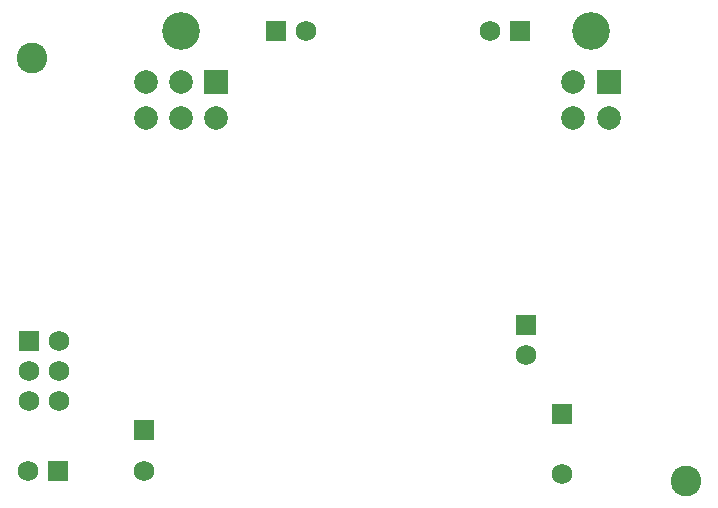
<source format=gbs>
G04 Layer_Color=10151133*
%FSLAX24Y24*%
%MOIN*%
G70*
G01*
G75*
%ADD90C,0.1025*%
%ADD91C,0.0789*%
%ADD92R,0.0789X0.0789*%
%ADD93C,0.1261*%
%ADD94R,0.0789X0.0789*%
%ADD95C,0.0680*%
%ADD96R,0.0680X0.0680*%
%ADD97R,0.0680X0.0680*%
D90*
X42901Y31109D02*
D03*
X21112Y45197D02*
D03*
D91*
X39144Y44390D02*
D03*
Y43209D02*
D03*
X40325D02*
D03*
X26063D02*
D03*
X24882D02*
D03*
X26063Y44390D02*
D03*
X24882D02*
D03*
X27244Y43209D02*
D03*
D92*
X40325Y44390D02*
D03*
D93*
X39734Y46091D02*
D03*
X26063D02*
D03*
D94*
X27244Y44390D02*
D03*
D95*
X24813Y31417D02*
D03*
X36372Y46083D02*
D03*
X30222D02*
D03*
X38770Y31317D02*
D03*
X20984Y34758D02*
D03*
X21984Y35758D02*
D03*
Y34758D02*
D03*
X20984Y33758D02*
D03*
X21984D02*
D03*
X37549Y35280D02*
D03*
X20978Y31427D02*
D03*
D96*
X24813Y32795D02*
D03*
X38770Y33317D02*
D03*
X20984Y35758D02*
D03*
X37549Y36280D02*
D03*
D97*
X37372Y46083D02*
D03*
X29222D02*
D03*
X21978Y31427D02*
D03*
M02*

</source>
